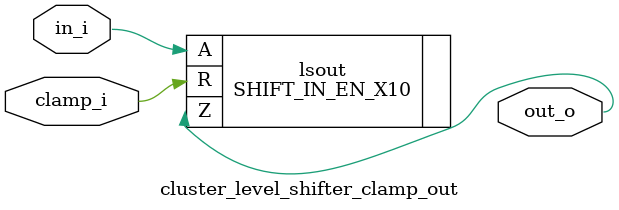
<source format=sv>
/* Copyright (C) 2017 ETH Zurich, University of Bologna
 * All rights reserved.
 *
 * This code is under development and not yet released to the public.
 * Until it is released, the code is under the copyright of ETH Zurich and
 * the University of Bologna, and may contain confidential and/or unpublished 
 * work. Any reuse/redistribution is strictly forbidden without written
 * permission from ETH Zurich.
 *
 * Bug fixes and contributions will eventually be released under the
 * SolderPad open hardware license in the context of the PULP platform
 * (http://www.pulp-platform.org), under the copyright of ETH Zurich and the
 * University of Bologna.
 */

module cluster_level_shifter_clamp_out
(
    input  logic in_i,
    output logic out_o,
    input logic clamp_i
);


    SHIFT_IN_EN_X10  lsout
    (
        .Z(out_o),
        .A(in_i),
        .R(clamp_i)
    );
endmodule

</source>
